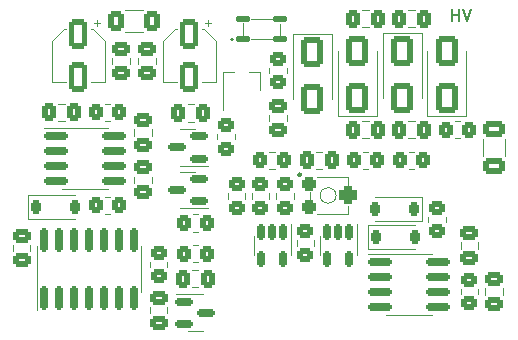
<source format=gto>
%TF.GenerationSoftware,KiCad,Pcbnew,7.0.1*%
%TF.CreationDate,2023-05-08T19:32:18+02:00*%
%TF.ProjectId,geiger_counter,67656967-6572-45f6-936f-756e7465722e,rev?*%
%TF.SameCoordinates,Original*%
%TF.FileFunction,Legend,Top*%
%TF.FilePolarity,Positive*%
%FSLAX46Y46*%
G04 Gerber Fmt 4.6, Leading zero omitted, Abs format (unit mm)*
G04 Created by KiCad (PCBNEW 7.0.1) date 2023-05-08 19:32:18*
%MOMM*%
%LPD*%
G01*
G04 APERTURE LIST*
G04 Aperture macros list*
%AMRoundRect*
0 Rectangle with rounded corners*
0 $1 Rounding radius*
0 $2 $3 $4 $5 $6 $7 $8 $9 X,Y pos of 4 corners*
0 Add a 4 corners polygon primitive as box body*
4,1,4,$2,$3,$4,$5,$6,$7,$8,$9,$2,$3,0*
0 Add four circle primitives for the rounded corners*
1,1,$1+$1,$2,$3*
1,1,$1+$1,$4,$5*
1,1,$1+$1,$6,$7*
1,1,$1+$1,$8,$9*
0 Add four rect primitives between the rounded corners*
20,1,$1+$1,$2,$3,$4,$5,0*
20,1,$1+$1,$4,$5,$6,$7,0*
20,1,$1+$1,$6,$7,$8,$9,0*
20,1,$1+$1,$8,$9,$2,$3,0*%
G04 Aperture macros list end*
%ADD10C,0.150000*%
%ADD11C,0.120000*%
%ADD12C,0.100000*%
%ADD13C,0.230278*%
%ADD14C,0.161803*%
%ADD15RoundRect,0.250000X0.475000X-0.337500X0.475000X0.337500X-0.475000X0.337500X-0.475000X-0.337500X0*%
%ADD16RoundRect,0.250000X-0.450000X0.350000X-0.450000X-0.350000X0.450000X-0.350000X0.450000X0.350000X0*%
%ADD17RoundRect,0.250000X0.350000X0.450000X-0.350000X0.450000X-0.350000X-0.450000X0.350000X-0.450000X0*%
%ADD18RoundRect,0.150000X-0.150000X0.512500X-0.150000X-0.512500X0.150000X-0.512500X0.150000X0.512500X0*%
%ADD19RoundRect,0.250000X0.450000X-0.350000X0.450000X0.350000X-0.450000X0.350000X-0.450000X-0.350000X0*%
%ADD20RoundRect,0.250000X-0.475000X0.337500X-0.475000X-0.337500X0.475000X-0.337500X0.475000X0.337500X0*%
%ADD21RoundRect,0.150000X-0.825000X-0.150000X0.825000X-0.150000X0.825000X0.150000X-0.825000X0.150000X0*%
%ADD22RoundRect,0.250000X-0.337500X-0.475000X0.337500X-0.475000X0.337500X0.475000X-0.337500X0.475000X0*%
%ADD23RoundRect,0.150000X-0.587500X-0.150000X0.587500X-0.150000X0.587500X0.150000X-0.587500X0.150000X0*%
%ADD24RoundRect,0.225000X0.225000X0.375000X-0.225000X0.375000X-0.225000X-0.375000X0.225000X-0.375000X0*%
%ADD25RoundRect,0.250000X0.650000X-1.000000X0.650000X1.000000X-0.650000X1.000000X-0.650000X-1.000000X0*%
%ADD26RoundRect,0.250000X-0.350000X-0.450000X0.350000X-0.450000X0.350000X0.450000X-0.350000X0.450000X0*%
%ADD27RoundRect,0.300000X-0.300000X0.300000X-0.300000X-0.300000X0.300000X-0.300000X0.300000X0.300000X0*%
%ADD28RoundRect,0.375000X-0.375000X0.425000X-0.375000X-0.425000X0.375000X-0.425000X0.375000X0.425000X0*%
%ADD29RoundRect,0.250000X-0.400000X-0.625000X0.400000X-0.625000X0.400000X0.625000X-0.400000X0.625000X0*%
%ADD30RoundRect,0.225000X-0.225000X-0.375000X0.225000X-0.375000X0.225000X0.375000X-0.225000X0.375000X0*%
%ADD31RoundRect,0.150000X0.150000X-0.825000X0.150000X0.825000X-0.150000X0.825000X-0.150000X-0.825000X0*%
%ADD32RoundRect,0.150000X0.587500X0.150000X-0.587500X0.150000X-0.587500X-0.150000X0.587500X-0.150000X0*%
%ADD33RoundRect,0.250000X-0.650000X1.000000X-0.650000X-1.000000X0.650000X-1.000000X0.650000X1.000000X0*%
%ADD34RoundRect,0.137500X-0.487500X-0.137500X0.487500X-0.137500X0.487500X0.137500X-0.487500X0.137500X0*%
%ADD35RoundRect,0.250000X-0.650000X0.412500X-0.650000X-0.412500X0.650000X-0.412500X0.650000X0.412500X0*%
%ADD36RoundRect,0.250000X0.337500X0.475000X-0.337500X0.475000X-0.337500X-0.475000X0.337500X-0.475000X0*%
%ADD37RoundRect,0.250000X-0.550000X1.050000X-0.550000X-1.050000X0.550000X-1.050000X0.550000X1.050000X0*%
%ADD38R,0.800000X1.900000*%
%ADD39O,1.700000X1.700000*%
%ADD40R,1.700000X1.700000*%
G04 APERTURE END LIST*
D10*
X157138095Y-22977619D02*
X157138095Y-21977619D01*
X157138095Y-22453809D02*
X157709523Y-22453809D01*
X157709523Y-22977619D02*
X157709523Y-21977619D01*
X158042857Y-21977619D02*
X158376190Y-22977619D01*
X158376190Y-22977619D02*
X158709523Y-21977619D01*
D11*
%TO.C,C19*%
X159335000Y-42261252D02*
X159335000Y-41738748D01*
X157865000Y-42261252D02*
X157865000Y-41738748D01*
%TO.C,R1*%
X140165000Y-37572936D02*
X140165000Y-38027064D01*
X141635000Y-37572936D02*
X141635000Y-38027064D01*
%TO.C,R7*%
X150027064Y-34065000D02*
X149572936Y-34065000D01*
X150027064Y-35535000D02*
X149572936Y-35535000D01*
%TO.C,U2*%
X145940000Y-42000000D02*
X145940000Y-42800000D01*
X145940000Y-42000000D02*
X145940000Y-41200000D01*
X149060000Y-42000000D02*
X149060000Y-42800000D01*
X149060000Y-42000000D02*
X149060000Y-40200000D01*
%TO.C,R4*%
X145435000Y-42027064D02*
X145435000Y-41572936D01*
X143965000Y-42027064D02*
X143965000Y-41572936D01*
%TO.C,C12*%
X119965000Y-41938748D02*
X119965000Y-42461252D01*
X121435000Y-41938748D02*
X121435000Y-42461252D01*
%TO.C,C20*%
X130230000Y-36173748D02*
X130230000Y-36696252D01*
X131700000Y-36173748D02*
X131700000Y-36696252D01*
%TO.C,U5*%
X126065000Y-37195000D02*
X128015000Y-37195000D01*
X126065000Y-37195000D02*
X124115000Y-37195000D01*
X126065000Y-32075000D02*
X128015000Y-32075000D01*
X126065000Y-32075000D02*
X122615000Y-32075000D01*
%TO.C,C8*%
X153438748Y-23545000D02*
X153961252Y-23545000D01*
X153438748Y-22075000D02*
X153961252Y-22075000D01*
%TO.C,U4*%
X135400000Y-49260000D02*
X136050000Y-49260000D01*
X135400000Y-49260000D02*
X134750000Y-49260000D01*
X135400000Y-46140000D02*
X136050000Y-46140000D01*
X135400000Y-46140000D02*
X133725000Y-46140000D01*
%TO.C,D5*%
X154610000Y-37900000D02*
X150600000Y-37900000D01*
X154610000Y-39900000D02*
X150600000Y-39900000D01*
X154610000Y-39900000D02*
X154610000Y-37900000D01*
%TO.C,D2*%
X150750000Y-31065000D02*
X150750000Y-25555000D01*
X147450000Y-31065000D02*
X147450000Y-25555000D01*
X147450000Y-31065000D02*
X150750000Y-31065000D01*
%TO.C,R8*%
X135172936Y-40835000D02*
X135627064Y-40835000D01*
X135172936Y-39365000D02*
X135627064Y-39365000D01*
%TO.C,R16*%
X156585000Y-40027064D02*
X156585000Y-39572936D01*
X155115000Y-40027064D02*
X155115000Y-39572936D01*
%TO.C,R9*%
X157372936Y-32935000D02*
X157827064Y-32935000D01*
X157372936Y-31465000D02*
X157827064Y-31465000D01*
D12*
%TO.C,RV1*%
X147312820Y-37765139D02*
G75*
G03*
X147312820Y-37765139I-672681J0D01*
G01*
D13*
X144355278Y-36015139D02*
G75*
G03*
X144355278Y-36015139I-115139J0D01*
G01*
D12*
X145740139Y-39365139D02*
X148290139Y-39365139D01*
X148290139Y-39365139D02*
X148290139Y-38665139D01*
X145090139Y-37465139D02*
X145090139Y-38065139D01*
X145740139Y-36165139D02*
X148340139Y-36165139D01*
X148340139Y-36165139D02*
X148340139Y-36865139D01*
D11*
%TO.C,FB1*%
X129472936Y-23910000D02*
X130927064Y-23910000D01*
X129472936Y-22090000D02*
X130927064Y-22090000D01*
%TO.C,C2*%
X128365000Y-26138748D02*
X128365000Y-26661252D01*
X129835000Y-26138748D02*
X129835000Y-26661252D01*
%TO.C,R11*%
X131565000Y-43372936D02*
X131565000Y-43827064D01*
X133035000Y-43372936D02*
X133035000Y-43827064D01*
%TO.C,D7*%
X149990000Y-42300000D02*
X154000000Y-42300000D01*
X149990000Y-40300000D02*
X154000000Y-40300000D01*
X149990000Y-40300000D02*
X149990000Y-42300000D01*
%TO.C,R2*%
X142265000Y-37572936D02*
X142265000Y-38027064D01*
X143735000Y-37572936D02*
X143735000Y-38027064D01*
%TO.C,U3*%
X130835000Y-44000000D02*
X130835000Y-42050000D01*
X130835000Y-44000000D02*
X130835000Y-45950000D01*
X121965000Y-44000000D02*
X121965000Y-42050000D01*
X121965000Y-44000000D02*
X121965000Y-47450000D01*
%TO.C,D6*%
X121205000Y-39735000D02*
X125215000Y-39735000D01*
X121205000Y-37735000D02*
X125215000Y-37735000D01*
X121205000Y-37735000D02*
X121205000Y-39735000D01*
%TO.C,R12*%
X135172936Y-43435000D02*
X135627064Y-43435000D01*
X135172936Y-41965000D02*
X135627064Y-41965000D01*
%TO.C,C15*%
X131565000Y-47238748D02*
X131565000Y-47761252D01*
X133035000Y-47238748D02*
X133035000Y-47761252D01*
%TO.C,Q2*%
X134762500Y-32140000D02*
X134112500Y-32140000D01*
X134762500Y-32140000D02*
X135412500Y-32140000D01*
X134762500Y-35260000D02*
X134112500Y-35260000D01*
X134762500Y-35260000D02*
X136437500Y-35260000D01*
%TO.C,Q3*%
X134762500Y-35740000D02*
X134112500Y-35740000D01*
X134762500Y-35740000D02*
X135412500Y-35740000D01*
X134762500Y-38860000D02*
X134112500Y-38860000D01*
X134762500Y-38860000D02*
X136437500Y-38860000D01*
%TO.C,D1*%
X143650000Y-24090000D02*
X143650000Y-29600000D01*
X146950000Y-24090000D02*
X146950000Y-29600000D01*
X146950000Y-24090000D02*
X143650000Y-24090000D01*
%TO.C,T1*%
D14*
X138580901Y-24550000D02*
G75*
G03*
X138580901Y-24550000I-80901J0D01*
G01*
D12*
X142600000Y-23212500D02*
X142600000Y-24150000D01*
X140150000Y-24550000D02*
X141850000Y-24550000D01*
X140150000Y-22800000D02*
X141850000Y-22800000D01*
X139400000Y-23200000D02*
X139400000Y-24150000D01*
D11*
%TO.C,U6*%
X153500000Y-47860000D02*
X155450000Y-47860000D01*
X153500000Y-47860000D02*
X151550000Y-47860000D01*
X153500000Y-42740000D02*
X155450000Y-42740000D01*
X153500000Y-42740000D02*
X150050000Y-42740000D01*
%TO.C,C14*%
X159790000Y-32988748D02*
X159790000Y-34411252D01*
X161610000Y-32988748D02*
X161610000Y-34411252D01*
%TO.C,C7*%
X149538748Y-32935000D02*
X150061252Y-32935000D01*
X149538748Y-31465000D02*
X150061252Y-31465000D01*
%TO.C,C6*%
X149538748Y-23535000D02*
X150061252Y-23535000D01*
X149538748Y-22065000D02*
X150061252Y-22065000D01*
%TO.C,C17*%
X135661252Y-44065000D02*
X135138748Y-44065000D01*
X135661252Y-45535000D02*
X135138748Y-45535000D01*
%TO.C,C10*%
X153438748Y-32935000D02*
X153961252Y-32935000D01*
X153438748Y-31465000D02*
X153961252Y-31465000D01*
%TO.C,D4*%
X158350000Y-31065000D02*
X158350000Y-25555000D01*
X155050000Y-31065000D02*
X155050000Y-25555000D01*
X155050000Y-31065000D02*
X158350000Y-31065000D01*
%TO.C,C1*%
X123240000Y-28160000D02*
X124440000Y-28160000D01*
X127760000Y-28160000D02*
X126560000Y-28160000D01*
X123240000Y-24704437D02*
X123240000Y-28160000D01*
X127760000Y-24704437D02*
X127760000Y-28160000D01*
X124304437Y-23640000D02*
X123240000Y-24704437D01*
X124304437Y-23640000D02*
X124440000Y-23640000D01*
X126695563Y-23640000D02*
X127760000Y-24704437D01*
X126695563Y-23640000D02*
X126560000Y-23640000D01*
X127310000Y-23150000D02*
X126810000Y-23150000D01*
X127060000Y-22900000D02*
X127060000Y-23400000D01*
%TO.C,C5*%
X141665000Y-30938748D02*
X141665000Y-31461252D01*
X143135000Y-30938748D02*
X143135000Y-31461252D01*
%TO.C,C9*%
X146161252Y-34065000D02*
X145638748Y-34065000D01*
X146161252Y-35535000D02*
X145638748Y-35535000D01*
%TO.C,R3*%
X138165000Y-37572936D02*
X138165000Y-38027064D01*
X139635000Y-37572936D02*
X139635000Y-38027064D01*
%TO.C,R13*%
X159335000Y-46127064D02*
X159335000Y-45672936D01*
X157865000Y-46127064D02*
X157865000Y-45672936D01*
%TO.C,Rs1*%
X141672936Y-35535000D02*
X142127064Y-35535000D01*
X141672936Y-34065000D02*
X142127064Y-34065000D01*
%TO.C,D3*%
X151250000Y-24000000D02*
X151250000Y-29510000D01*
X154550000Y-24000000D02*
X154550000Y-29510000D01*
X154550000Y-24000000D02*
X151250000Y-24000000D01*
%TO.C,R10*%
X138735000Y-33027064D02*
X138735000Y-32572936D01*
X137265000Y-33027064D02*
X137265000Y-32572936D01*
%TO.C,R15*%
X127737936Y-39335000D02*
X128192064Y-39335000D01*
X127737936Y-37865000D02*
X128192064Y-37865000D01*
%TO.C,C3*%
X132640000Y-28160000D02*
X133840000Y-28160000D01*
X137160000Y-28160000D02*
X135960000Y-28160000D01*
X132640000Y-24704437D02*
X132640000Y-28160000D01*
X137160000Y-24704437D02*
X137160000Y-28160000D01*
X133704437Y-23640000D02*
X132640000Y-24704437D01*
X133704437Y-23640000D02*
X133840000Y-23640000D01*
X136095563Y-23640000D02*
X137160000Y-24704437D01*
X136095563Y-23640000D02*
X135960000Y-23640000D01*
X136710000Y-23150000D02*
X136210000Y-23150000D01*
X136460000Y-22900000D02*
X136460000Y-23400000D01*
%TO.C,R5*%
X141665000Y-26972936D02*
X141665000Y-27427064D01*
X143135000Y-26972936D02*
X143135000Y-27427064D01*
%TO.C,C18*%
X161435000Y-46161252D02*
X161435000Y-45638748D01*
X159965000Y-46161252D02*
X159965000Y-45638748D01*
%TO.C,C4*%
X130565000Y-26138748D02*
X130565000Y-26661252D01*
X132035000Y-26138748D02*
X132035000Y-26661252D01*
%TO.C,C16*%
X124326252Y-30000000D02*
X123803748Y-30000000D01*
X124326252Y-31470000D02*
X123803748Y-31470000D01*
%TO.C,C13*%
X135261252Y-30065000D02*
X134738748Y-30065000D01*
X135261252Y-31535000D02*
X134738748Y-31535000D01*
%TO.C,R6*%
X153927064Y-34065000D02*
X153472936Y-34065000D01*
X153927064Y-35535000D02*
X153472936Y-35535000D01*
%TO.C,U1*%
X140340000Y-42000000D02*
X140340000Y-42800000D01*
X140340000Y-42000000D02*
X140340000Y-41200000D01*
X143460000Y-42000000D02*
X143460000Y-42800000D01*
X143460000Y-42000000D02*
X143460000Y-40200000D01*
%TO.C,Q1*%
X140880000Y-27340000D02*
X139950000Y-27340000D01*
X140880000Y-27340000D02*
X140880000Y-28800000D01*
X137720000Y-27340000D02*
X138650000Y-27340000D01*
X137720000Y-27340000D02*
X137720000Y-30500000D01*
%TO.C,C11*%
X131700000Y-32696252D02*
X131700000Y-32173748D01*
X130230000Y-32696252D02*
X130230000Y-32173748D01*
%TO.C,R14*%
X128192064Y-30000000D02*
X127737936Y-30000000D01*
X128192064Y-31470000D02*
X127737936Y-31470000D01*
%TD*%
%LPC*%
D15*
%TO.C,C19*%
X158600000Y-40962500D03*
X158600000Y-43037500D03*
%TD*%
D16*
%TO.C,R1*%
X140900000Y-38800000D03*
X140900000Y-36800000D03*
%TD*%
D17*
%TO.C,R7*%
X148800000Y-34800000D03*
X150800000Y-34800000D03*
%TD*%
D18*
%TO.C,U2*%
X148450000Y-43137500D03*
X146550000Y-43137500D03*
X146550000Y-40862500D03*
X147500000Y-40862500D03*
X148450000Y-40862500D03*
%TD*%
D19*
%TO.C,R4*%
X144700000Y-40800000D03*
X144700000Y-42800000D03*
%TD*%
D20*
%TO.C,C12*%
X120700000Y-43237500D03*
X120700000Y-41162500D03*
%TD*%
%TO.C,C20*%
X130965000Y-37472500D03*
X130965000Y-35397500D03*
%TD*%
D21*
%TO.C,U5*%
X128540000Y-32730000D03*
X128540000Y-34000000D03*
X128540000Y-35270000D03*
X128540000Y-36540000D03*
X123590000Y-36540000D03*
X123590000Y-35270000D03*
X123590000Y-34000000D03*
X123590000Y-32730000D03*
%TD*%
D22*
%TO.C,C8*%
X154737500Y-22810000D03*
X152662500Y-22810000D03*
%TD*%
D23*
%TO.C,U4*%
X136337500Y-47700000D03*
X134462500Y-48650000D03*
X134462500Y-46750000D03*
%TD*%
D24*
%TO.C,D5*%
X150600000Y-38900000D03*
X153900000Y-38900000D03*
%TD*%
D25*
%TO.C,D2*%
X149100000Y-25555000D03*
X149100000Y-29555000D03*
%TD*%
D26*
%TO.C,R8*%
X136400000Y-40100000D03*
X134400000Y-40100000D03*
%TD*%
D19*
%TO.C,R16*%
X155850000Y-38800000D03*
X155850000Y-40800000D03*
%TD*%
D26*
%TO.C,R9*%
X158600000Y-32200000D03*
X156600000Y-32200000D03*
%TD*%
D27*
%TO.C,RV1*%
X145040139Y-38765139D03*
D28*
X148290139Y-37765139D03*
D27*
X145040139Y-36765139D03*
%TD*%
D29*
%TO.C,FB1*%
X131750000Y-23000000D03*
X128650000Y-23000000D03*
%TD*%
D20*
%TO.C,C2*%
X129100000Y-27437500D03*
X129100000Y-25362500D03*
%TD*%
D16*
%TO.C,R11*%
X132300000Y-44600000D03*
X132300000Y-42600000D03*
%TD*%
D30*
%TO.C,D7*%
X154000000Y-41300000D03*
X150700000Y-41300000D03*
%TD*%
D16*
%TO.C,R2*%
X143000000Y-38800000D03*
X143000000Y-36800000D03*
%TD*%
D31*
%TO.C,U3*%
X122590000Y-41525000D03*
X123860000Y-41525000D03*
X125130000Y-41525000D03*
X126400000Y-41525000D03*
X127670000Y-41525000D03*
X128940000Y-41525000D03*
X130210000Y-41525000D03*
X130210000Y-46475000D03*
X128940000Y-46475000D03*
X127670000Y-46475000D03*
X126400000Y-46475000D03*
X125130000Y-46475000D03*
X123860000Y-46475000D03*
X122590000Y-46475000D03*
%TD*%
D30*
%TO.C,D6*%
X125215000Y-38735000D03*
X121915000Y-38735000D03*
%TD*%
D26*
%TO.C,R12*%
X136400000Y-42700000D03*
X134400000Y-42700000D03*
%TD*%
D20*
%TO.C,C15*%
X132300000Y-48537500D03*
X132300000Y-46462500D03*
%TD*%
D32*
%TO.C,Q2*%
X133825000Y-33700000D03*
X135700000Y-32750000D03*
X135700000Y-34650000D03*
%TD*%
%TO.C,Q3*%
X133825000Y-37300000D03*
X135700000Y-36350000D03*
X135700000Y-38250000D03*
%TD*%
D33*
%TO.C,D1*%
X145300000Y-29600000D03*
X145300000Y-25600000D03*
%TD*%
D34*
%TO.C,T1*%
X142600000Y-24550000D03*
X142600000Y-22800000D03*
X139400000Y-22800000D03*
X139400000Y-24550000D03*
%TD*%
D21*
%TO.C,U6*%
X155975000Y-43395000D03*
X155975000Y-44665000D03*
X155975000Y-45935000D03*
X155975000Y-47205000D03*
X151025000Y-47205000D03*
X151025000Y-45935000D03*
X151025000Y-44665000D03*
X151025000Y-43395000D03*
%TD*%
D35*
%TO.C,C14*%
X160700000Y-35262500D03*
X160700000Y-32137500D03*
%TD*%
D22*
%TO.C,C7*%
X150837500Y-32200000D03*
X148762500Y-32200000D03*
%TD*%
%TO.C,C6*%
X150837500Y-22800000D03*
X148762500Y-22800000D03*
%TD*%
D36*
%TO.C,C17*%
X134362500Y-44800000D03*
X136437500Y-44800000D03*
%TD*%
D22*
%TO.C,C10*%
X154737500Y-32200000D03*
X152662500Y-32200000D03*
%TD*%
D25*
%TO.C,D4*%
X156700000Y-25555000D03*
X156700000Y-29555000D03*
%TD*%
D37*
%TO.C,C1*%
X125500000Y-27700000D03*
X125500000Y-24100000D03*
%TD*%
D20*
%TO.C,C5*%
X142400000Y-32237500D03*
X142400000Y-30162500D03*
%TD*%
D36*
%TO.C,C9*%
X144862500Y-34800000D03*
X146937500Y-34800000D03*
%TD*%
D16*
%TO.C,R3*%
X138900000Y-38800000D03*
X138900000Y-36800000D03*
%TD*%
D19*
%TO.C,R13*%
X158600000Y-44900000D03*
X158600000Y-46900000D03*
%TD*%
D26*
%TO.C,Rs1*%
X142900000Y-34800000D03*
X140900000Y-34800000D03*
%TD*%
D33*
%TO.C,D3*%
X152900000Y-29510000D03*
X152900000Y-25510000D03*
%TD*%
D19*
%TO.C,R10*%
X138000000Y-31800000D03*
X138000000Y-33800000D03*
%TD*%
D26*
%TO.C,R15*%
X128965000Y-38600000D03*
X126965000Y-38600000D03*
%TD*%
D37*
%TO.C,C3*%
X134900000Y-27700000D03*
X134900000Y-24100000D03*
%TD*%
D16*
%TO.C,R5*%
X142400000Y-28200000D03*
X142400000Y-26200000D03*
%TD*%
D15*
%TO.C,C18*%
X160700000Y-44862500D03*
X160700000Y-46937500D03*
%TD*%
D20*
%TO.C,C4*%
X131300000Y-27437500D03*
X131300000Y-25362500D03*
%TD*%
D36*
%TO.C,C16*%
X123027500Y-30735000D03*
X125102500Y-30735000D03*
%TD*%
%TO.C,C13*%
X133962500Y-30800000D03*
X136037500Y-30800000D03*
%TD*%
D17*
%TO.C,R6*%
X152700000Y-34800000D03*
X154700000Y-34800000D03*
%TD*%
D18*
%TO.C,U1*%
X142850000Y-43137500D03*
X140950000Y-43137500D03*
X140950000Y-40862500D03*
X141900000Y-40862500D03*
X142850000Y-40862500D03*
%TD*%
D38*
%TO.C,Q1*%
X139300000Y-26600000D03*
X140250000Y-29600000D03*
X138350000Y-29600000D03*
%TD*%
D15*
%TO.C,C11*%
X130965000Y-31397500D03*
X130965000Y-33472500D03*
%TD*%
D17*
%TO.C,R14*%
X126965000Y-30735000D03*
X128965000Y-30735000D03*
%TD*%
D39*
%TO.C,J2*%
X160700000Y-28080000D03*
X160700000Y-25540000D03*
D40*
X160700000Y-23000000D03*
%TD*%
D39*
%TO.C,J1*%
X119200000Y-28080000D03*
X119200000Y-25540000D03*
D40*
X119200000Y-23000000D03*
%TD*%
M02*

</source>
